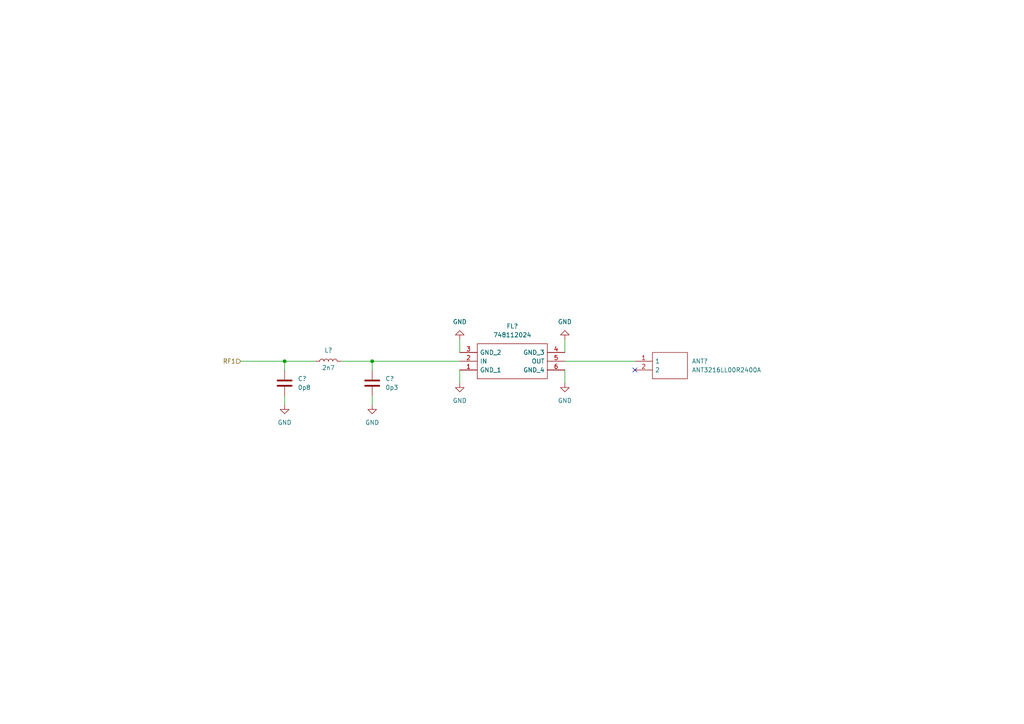
<source format=kicad_sch>
(kicad_sch (version 20211123) (generator eeschema)
  (paper "A4")
  (title_block (rev "1") (company "Tomas Kysela"))
  (lib_symbols
    (symbol "Device:C" (pin_numbers hide) (pin_names (offset 0.254))
      (property "Reference" "C" (at 0.635 2.54 0))
      (property "Value" "C" (at 0.635 -2.54 0))
      (symbol "C_0_1"
        (polyline (pts (xy -2.032 -0.762) (xy 2.032 -0.762)) (stroke (width 0.508)))
        (polyline (pts (xy -2.032 0.762) (xy 2.032 0.762)) (stroke (width 0.508)))
      )
      (symbol "C_1_1"
        (pin passive line (at 0 3.81 270) (length 2.794) (name "~") (number "1"))
        (pin passive line (at 0 -3.81 90) (length 2.794) (name "~") (number "2"))
      )
    )
    (symbol "Device:L" (pin_numbers hide) (pin_names (offset 1.016) hide)
      (property "Reference" "L" (at -1.27 0 90))
      (property "Value" "L" (at 1.905 0 90))
      (symbol "L_0_1"
        (arc (start 0 -2.54) (mid 0.635 -1.905) (end 0 -1.27))
        (arc (start 0 -1.27) (mid 0.635 -0.635) (end 0 0))
        (arc (start 0 0) (mid 0.635 0.635) (end 0 1.27))
        (arc (start 0 1.27) (mid 0.635 1.905) (end 0 2.54))
      )
      (symbol "L_1_1"
        (pin passive line (at 0 3.81 270) (length 1.27) (name "1") (number "1"))
        (pin passive line (at 0 -3.81 90) (length 1.27) (name "2") (number "2"))
      )
    )
    (symbol "OxySwitch:748112024" (pin_names (offset 0.762))
      (property "Reference" "FL" (at 26.67 7.62 0))
      (property "Value" "748112024" (at 26.67 5.08 0))
      (symbol "748112024_0_0"
        (pin passive line (at 30.48 -5.08 180) (length 5.08) (name "GND_1") (number "1"))
        (pin passive line (at 30.48 -2.54 180) (length 5.08) (name "IN") (number "2"))
        (pin passive line (at 30.48 0 180) (length 5.08) (name "GND_2") (number "3"))
        (pin passive line (at 0 0 0) (length 5.08) (name "GND_3") (number "4"))
        (pin passive line (at 0 -2.54 0) (length 5.08) (name "OUT") (number "5"))
        (pin passive line (at 0 -5.08 0) (length 5.08) (name "GND_4") (number "6"))
      )
      (symbol "748112024_0_1"
        (polyline (pts (xy 5.08 2.54) (xy 25.4 2.54) (xy 25.4 -7.62) (xy 5.08 -7.62) (xy 5.08 2.54)) (stroke (width 0.1524)))
      )
    )
    (symbol "OxySwitch:ANT3216LL00R2400A" (pin_names (offset 0.762))
      (property "Reference" "ANT" (at 16.51 7.62 0))
      (property "Value" "ANT3216LL00R2400A" (at 16.51 5.08 0))
      (symbol "ANT3216LL00R2400A_0_0"
        (pin passive line (at 0 0 0) (length 5.08) (name "1") (number "1"))
        (pin passive line (at 0 -2.54 0) (length 5.08) (name "2") (number "2"))
      )
      (symbol "ANT3216LL00R2400A_0_1"
        (polyline (pts (xy 5.08 2.54) (xy 15.24 2.54) (xy 15.24 -5.08) (xy 5.08 -5.08) (xy 5.08 2.54)) (stroke (width 0.1524)))
      )
    )
    (symbol "power:GND" (power) (pin_names (offset 0))
      (property "Value" "GND" (at 0 -3.81 0))
      (symbol "GND_0_1"
        (polyline (pts (xy 0 0) (xy 0 -1.27) (xy 1.27 -1.27) (xy 0 -2.54) (xy -1.27 -1.27) (xy 0 -1.27)))
      )
      (symbol "GND_1_1"
        (pin power_in line (at 0 0 270) (length 0) hide (name "GND") (number "1"))
      )
    )
  )
  (junction (at 107.95 104.775))
  (junction (at 82.55 104.775))
  (no_connect (at 184.15 107.315))
  (wire (pts (xy 133.35 107.315) (xy 133.35 111.125)))
  (wire (pts (xy 163.83 107.315) (xy 163.83 111.125)))
  (wire (pts (xy 82.55 104.775) (xy 91.44 104.775)))
  (wire (pts (xy 163.83 104.775) (xy 184.15 104.775)))
  (wire (pts (xy 69.85 104.775) (xy 82.55 104.775)))
  (wire (pts (xy 99.06 104.775) (xy 107.95 104.775)))
  (wire (pts (xy 133.35 98.425) (xy 133.35 102.235)))
  (wire (pts (xy 82.55 104.775) (xy 82.55 107.315)))
  (wire (pts (xy 107.95 114.935) (xy 107.95 117.475)))
  (wire (pts (xy 107.95 104.775) (xy 133.35 104.775)))
  (wire (pts (xy 82.55 114.935) (xy 82.55 117.475)))
  (wire (pts (xy 107.95 104.775) (xy 107.95 107.315)))
  (wire (pts (xy 163.83 98.425) (xy 163.83 102.235)))
  (hierarchical_label "RF1" (shape input) (at 69.85 104.775 180))
  (symbol (lib_id "Device:L") (at 95.25 104.775 90) (unit 1)
    (property "Reference" "L?" (at 95.25 101.6 90))
    (property "Value" "2n7" (at 95.25 106.68 90))
  )
  (symbol (lib_id "OxySwitch:748112024") (at 163.83 102.235 0) (mirror y) (unit 1)
    (property "Reference" "FL?" (at 148.59 94.615 0))
    (property "Value" "748112024" (at 148.59 97.155 0))
    (property "Footprint" "748112024" (effects hide))
    (property "Datasheet" "https://www.we-online.de/katalog/datasheet/748112024.pdf" (effects hide))
    (property "Description" "Wurth Elektronik 748112024, Active Filter, Low Pass Filter, 2nd Order 2500MHz, 6-Pin" (effects hide))
    (property "Height" "0.7" (effects hide))
    (property "Manufacturer_Name" "Wurth Elektronik" (effects hide))
    (property "Manufacturer_Part_Number" "748112024" (effects hide))
    (property "Mouser Part Number" "710-748112024" (effects hide))
    (property "Mouser Price/Stock" "https://www.mouser.co.uk/ProductDetail/Wurth-Elektronik/748112024?qs=%252BUQ4csG8Rsfgu9vJnX0%2FNw%3D%3D" (effects hide))
  )
  (symbol (lib_id "power:GND") (at 163.83 98.425 180) (unit 1)
    (property "Reference" "#PWR?" (effects hide))
    (property "Value" "GND" (at 163.83 93.345 0))
  )
  (symbol (lib_id "power:GND") (at 107.95 117.475 0) (unit 1)
    (property "Reference" "#PWR?" (effects hide))
    (property "Value" "GND" (at 107.95 122.555 0))
  )
  (symbol (lib_id "Device:C") (at 82.55 111.125 0) (unit 1)
    (property "Reference" "C?" (at 86.36 109.8549 0) (effects (justify left)))
    (property "Value" "0p8" (at 86.36 112.3949 0) (effects (justify left)))
  )
  (symbol (lib_id "power:GND") (at 133.35 98.425 180) (unit 1)
    (property "Reference" "#PWR?" (effects hide))
    (property "Value" "GND" (at 133.35 93.345 0))
  )
  (symbol (lib_id "power:GND") (at 133.35 111.125 0) (unit 1)
    (property "Reference" "#PWR?" (effects hide))
    (property "Value" "GND" (at 133.35 116.205 0))
  )
  (symbol (lib_id "power:GND") (at 82.55 117.475 0) (unit 1)
    (property "Reference" "#PWR?" (effects hide))
    (property "Value" "GND" (at 82.55 122.555 0))
  )
  (symbol (lib_id "power:GND") (at 163.83 111.125 0) (unit 1)
    (property "Reference" "#PWR?" (effects hide))
    (property "Value" "GND" (at 163.83 116.205 0))
  )
  (symbol (lib_id "Device:C") (at 107.95 111.125 0) (unit 1)
    (property "Reference" "C?" (at 111.76 109.8549 0) (effects (justify left)))
    (property "Value" "0p3" (at 111.76 112.3949 0) (effects (justify left)))
  )
  (symbol (lib_id "OxySwitch:ANT3216LL00R2400A") (at 184.15 104.775 0) (unit 1)
    (property "Reference" "ANT?" (at 200.66 104.7749 0) (effects (justify left)))
    (property "Value" "ANT3216LL00R2400A" (at 200.66 107.3149 0) (effects (justify left)))
    (property "Footprint" "ANT3216LL00R2400A" (effects hide))
    (property "Datasheet" "https://eu.mouser.com/datasheet/2/336/datasheet_ant3216ll00r2400a_v1_1617827483-2529684.pdf" (effects hide))
    (property "Description" "Antennas 1W 2.4-2.5GHz ANTENNA" (effects hide))
    (property "Height" "1.35" (effects hide))
    (property "Manufacturer_Name" "Pulse" (effects hide))
    (property "Manufacturer_Part_Number" "ANT3216LL00R2400A" (effects hide))
    (property "Mouser Part Number" "603-ANT3216LL00R2400" (effects hide))
    (property "Mouser Price/Stock" "https://www.mouser.co.uk/ProductDetail/Pulse-Electronics/ANT3216LL00R2400A?qs=VAB4DzKv5wVywAIgVVebaA%3D%3D" (effects hide))
  )
)
</source>
